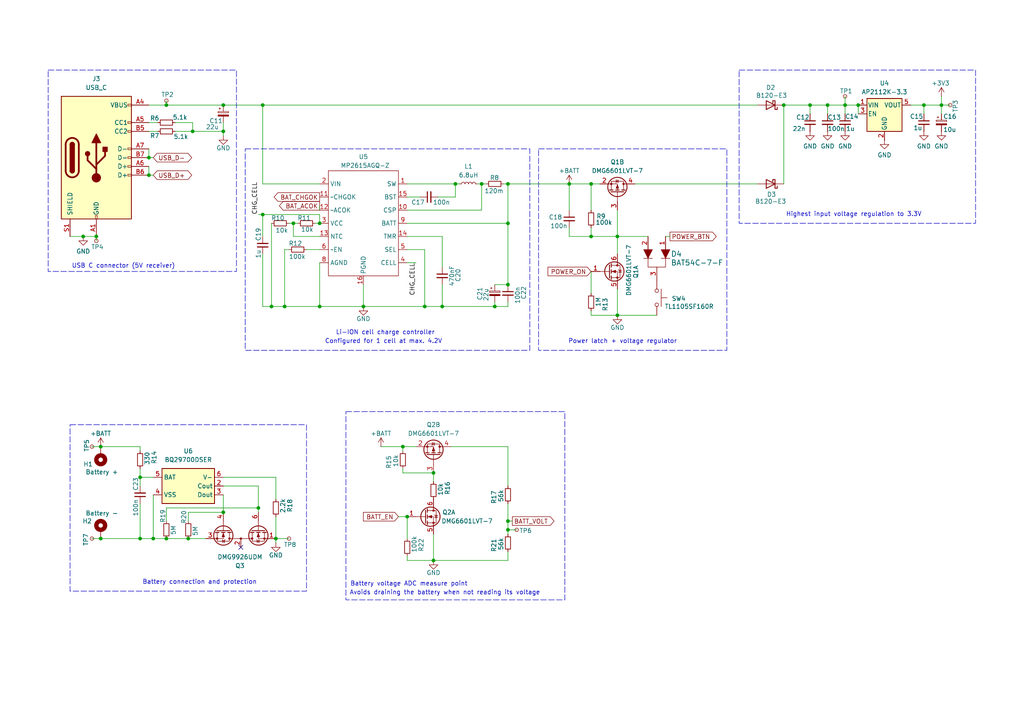
<source format=kicad_sch>
(kicad_sch (version 20231120) (generator "eeschema") (generator_version "8.0")
  (paper "A4")
  (title_block (title "Leany power management") (date "2024-10-07") (comment 1 "MIT License") (comment 2 "Copyright (c) 2023 Gilles Henrard"))
  (lib_symbols
    (symbol "Connector:TestPoint_Small" (pin_numbers hide) (pin_names (offset 0.762) hide)
      (property "Reference" "TP" (at 0 3.81 0))
      (property "Value" "TestPoint_Small" (at 0 2.032 0))
      (symbol "TestPoint_Small_0_1"
        (circle (center 0 0) (radius 0.508))
      )
      (symbol "TestPoint_Small_1_1"
        (pin passive line (at 0 0 90) (length 0) (name "1") (number "1"))
      )
    )
    (symbol "Connector:USB_C_Receptacle_USB2.0_14P" (pin_names (offset 1.016))
      (property "Reference" "J" (at 0 22.225 0))
      (property "Value" "USB_C_Receptacle_USB2.0_14P" (at 0 19.685 0))
      (symbol "USB_C_Receptacle_USB2.0_14P_0_0"
        (rectangle (start -0.254 -17.78) (end 0.254 -16.764))
        (rectangle (start 10.16 -4.826) (end 9.144 -5.334))
        (rectangle (start 10.16 -2.286) (end 9.144 -2.794))
        (rectangle (start 10.16 0.254) (end 9.144 -0.254))
        (rectangle (start 10.16 2.794) (end 9.144 2.286))
        (rectangle (start 10.16 7.874) (end 9.144 7.366))
        (rectangle (start 10.16 10.414) (end 9.144 9.906))
        (rectangle (start 10.16 15.494) (end 9.144 14.986))
      )
      (symbol "USB_C_Receptacle_USB2.0_14P_0_1"
        (rectangle (start -10.16 17.78) (end 10.16 -17.78) (stroke (width 0.254)) (fill (type background)))
        (arc (start -8.89 -3.81) (mid -6.985 -5.7067) (end -5.08 -3.81) (stroke (width 0.508)))
        (arc (start -7.62 -3.81) (mid -6.985 -4.4423) (end -6.35 -3.81) (stroke (width 0.254)))
        (arc (start -7.62 -3.81) (mid -6.985 -4.4423) (end -6.35 -3.81) (stroke (width 0.254)) (fill (type outline)))
        (rectangle (start -7.62 -3.81) (end -6.35 3.81) (stroke (width 0.254)) (fill (type outline)))
        (arc (start -6.35 3.81) (mid -6.985 4.4423) (end -7.62 3.81) (stroke (width 0.254)))
        (arc (start -6.35 3.81) (mid -6.985 4.4423) (end -7.62 3.81) (stroke (width 0.254)) (fill (type outline)))
        (arc (start -5.08 3.81) (mid -6.985 5.7067) (end -8.89 3.81) (stroke (width 0.508)))
        (circle (center -2.54 1.143) (radius 0.635) (stroke (width 0.254)) (fill (type outline)))
        (circle (center 0 -5.842) (radius 1.27) (fill (type outline)))
        (polyline (pts (xy -8.89 -3.81) (xy -8.89 3.81)) (stroke (width 0.508)))
        (polyline (pts (xy -5.08 3.81) (xy -5.08 -3.81)) (stroke (width 0.508)))
        (polyline (pts (xy 0 -5.842) (xy 0 4.318)) (stroke (width 0.508)))
        (polyline (pts (xy 0 -3.302) (xy -2.54 -0.762) (xy -2.54 0.508)) (stroke (width 0.508)))
        (polyline (pts (xy 0 -2.032) (xy 2.54 0.508) (xy 2.54 1.778)) (stroke (width 0.508)))
        (polyline (pts (xy -1.27 4.318) (xy 0 6.858) (xy 1.27 4.318) (xy -1.27 4.318)) (stroke (width 0.254)) (fill (type outline)))
        (rectangle (start 1.905 1.778) (end 3.175 3.048) (stroke (width 0.254)) (fill (type outline)))
      )
      (symbol "USB_C_Receptacle_USB2.0_14P_1_1"
        (pin passive line (at 0 -22.86 90) (length 5.08) (name "GND") (number "A1"))
        (pin passive line (at 0 -22.86 90) (length 5.08) hide (name "GND") (number "A12"))
        (pin passive line (at 15.24 15.24 180) (length 5.08) (name "VBUS") (number "A4"))
        (pin bidirectional line (at 15.24 10.16 180) (length 5.08) (name "CC1") (number "A5"))
        (pin bidirectional line (at 15.24 -2.54 180) (length 5.08) (name "D+") (number "A6"))
        (pin bidirectional line (at 15.24 2.54 180) (length 5.08) (name "D-") (number "A7"))
        (pin passive line (at 15.24 15.24 180) (length 5.08) hide (name "VBUS") (number "A9"))
        (pin passive line (at 0 -22.86 90) (length 5.08) hide (name "GND") (number "B1"))
        (pin passive line (at 0 -22.86 90) (length 5.08) hide (name "GND") (number "B12"))
        (pin passive line (at 15.24 15.24 180) (length 5.08) hide (name "VBUS") (number "B4"))
        (pin bidirectional line (at 15.24 7.62 180) (length 5.08) (name "CC2") (number "B5"))
        (pin bidirectional line (at 15.24 -5.08 180) (length 5.08) (name "D+") (number "B6"))
        (pin bidirectional line (at 15.24 0 180) (length 5.08) (name "D-") (number "B7"))
        (pin passive line (at 15.24 15.24 180) (length 5.08) hide (name "VBUS") (number "B9"))
        (pin passive line (at -7.62 -22.86 90) (length 5.08) (name "SHIELD") (number "S1"))
      )
    )
    (symbol "Device:C_Polarized_Small" (pin_numbers hide) (pin_names (offset 0.254) hide)
      (property "Reference" "C" (at 0.254 1.778 0))
      (property "Value" "C_Polarized_Small" (at 0.254 -2.032 0))
      (symbol "C_Polarized_Small_0_1"
        (rectangle (start -1.524 -0.3048) (end 1.524 -0.6858) (fill (type outline)))
        (rectangle (start -1.524 0.6858) (end 1.524 0.3048))
        (polyline (pts (xy -1.27 1.524) (xy -0.762 1.524)))
        (polyline (pts (xy -1.016 1.27) (xy -1.016 1.778)))
      )
      (symbol "C_Polarized_Small_1_1"
        (pin passive line (at 0 2.54 270) (length 1.8542) (name "~") (number "1"))
        (pin passive line (at 0 -2.54 90) (length 1.8542) (name "~") (number "2"))
      )
    )
    (symbol "Device:C_Small" (pin_numbers hide) (pin_names (offset 0.254) hide)
      (property "Reference" "C" (at 0.254 1.778 0))
      (property "Value" "C_Small" (at 0.254 -2.032 0))
      (symbol "C_Small_0_1"
        (polyline (pts (xy -1.524 -0.508) (xy 1.524 -0.508)) (stroke (width 0.3302)))
        (polyline (pts (xy -1.524 0.508) (xy 1.524 0.508)) (stroke (width 0.3048)))
      )
      (symbol "C_Small_1_1"
        (pin passive line (at 0 2.54 270) (length 2.032) (name "~") (number "1"))
        (pin passive line (at 0 -2.54 90) (length 2.032) (name "~") (number "2"))
      )
    )
    (symbol "Device:L_Small" (pin_numbers hide) (pin_names (offset 0.254) hide)
      (property "Reference" "L" (at 0.762 1.016 0))
      (property "Value" "L_Small" (at 0.762 -1.016 0))
      (symbol "L_Small_0_1"
        (arc (start 0 -2.032) (mid 0.5058 -1.524) (end 0 -1.016))
        (arc (start 0 -1.016) (mid 0.5058 -0.508) (end 0 0))
        (arc (start 0 0) (mid 0.5058 0.508) (end 0 1.016))
        (arc (start 0 1.016) (mid 0.5058 1.524) (end 0 2.032))
      )
      (symbol "L_Small_1_1"
        (pin passive line (at 0 2.54 270) (length 0.508) (name "~") (number "1"))
        (pin passive line (at 0 -2.54 90) (length 0.508) (name "~") (number "2"))
      )
    )
    (symbol "Device:R_Small" (pin_numbers hide) (pin_names (offset 0.254) hide)
      (property "Reference" "R" (at 0.762 0.508 0))
      (property "Value" "R_Small" (at 0.762 -1.016 0))
      (symbol "R_Small_0_1"
        (rectangle (start -0.762 1.778) (end 0.762 -1.778) (stroke (width 0.2032)))
      )
      (symbol "R_Small_1_1"
        (pin passive line (at 0 2.54 270) (length 0.762) (name "~") (number "1"))
        (pin passive line (at 0 -2.54 90) (length 0.762) (name "~") (number "2"))
      )
    )
    (symbol "Diode:B120-E3" (pin_numbers hide) (pin_names hide)
      (property "Reference" "D" (at 0 2.54 0))
      (property "Value" "B120-E3" (at 0 -2.54 0))
      (symbol "B120-E3_0_1"
        (polyline (pts (xy 1.27 0) (xy -1.27 0)))
        (polyline (pts (xy 1.27 1.27) (xy 1.27 -1.27) (xy -1.27 0) (xy 1.27 1.27)) (stroke (width 0.254)))
        (polyline (pts (xy -1.905 0.635) (xy -1.905 1.27) (xy -1.27 1.27) (xy -1.27 -1.27) (xy -0.635 -1.27) (xy -0.635 -0.635)) (stroke (width 0.254)))
      )
      (symbol "B120-E3_1_1"
        (pin passive line (at -3.81 0 0) (length 2.54) (name "K") (number "1"))
        (pin passive line (at 3.81 0 180) (length 2.54) (name "A") (number "2"))
      )
    )
    (symbol "Mechanical:MountingHole_Pad_MP" (pin_numbers hide) (pin_names (offset 1.016) hide) (exclude_from_sim yes) (in_bom no)
      (property "Reference" "H" (at 0 6.35 0))
      (property "Value" "MountingHole_Pad_MP" (at 0 4.445 0))
      (symbol "MountingHole_Pad_MP_0_1"
        (circle (center 0 1.27) (radius 1.27) (stroke (width 1.27)))
      )
      (symbol "MountingHole_Pad_MP_1_1"
        (pin input line (at 0 -2.54 90) (length 2.54) (name "MP") (number "MP"))
      )
    )
    (symbol "Regulator_Linear:AP2112K-3.3" (pin_names (offset 0.254))
      (property "Reference" "U" (at -5.08 5.715 0))
      (property "Value" "AP2112K-3.3" (at 0 5.715 0))
      (symbol "AP2112K-3.3_0_1"
        (rectangle (start -5.08 4.445) (end 5.08 -5.08) (stroke (width 0.254)) (fill (type background)))
      )
      (symbol "AP2112K-3.3_1_1"
        (pin power_in line (at -7.62 2.54 0) (length 2.54) (name "VIN") (number "1"))
        (pin power_in line (at 0 -7.62 90) (length 2.54) (name "GND") (number "2"))
        (pin input line (at -7.62 0 0) (length 2.54) (name "EN") (number "3"))
        (pin no_connect line (at 5.08 0 180) (length 2.54) hide (name "NC") (number "4"))
        (pin power_out line (at 7.62 2.54 180) (length 2.54) (name "VOUT") (number "5"))
      )
    )
    (symbol "Switch:SW_Push" (pin_numbers hide) (pin_names (offset 1.016) hide)
      (property "Reference" "SW" (at 1.27 2.54 0))
      (property "Value" "SW_Push" (at 0 -1.524 0))
      (symbol "SW_Push_0_1"
        (circle (center -2.032 0) (radius 0.508))
        (polyline (pts (xy 0 1.27) (xy 0 3.048)))
        (polyline (pts (xy 2.54 1.27) (xy -2.54 1.27)))
        (circle (center 2.032 0) (radius 0.508))
        (pin passive line (at -5.08 0 0) (length 2.54) (name "1") (number "1"))
        (pin passive line (at 5.08 0 180) (length 2.54) (name "2") (number "2"))
      )
    )
    (symbol "Transistor_FET:DMG9926UDM" (pin_names hide)
      (property "Reference" "Q" (at 2.54 6.985 0))
      (property "Value" "DMG9926UDM" (at 2.54 5.08 0))
      (symbol "DMG9926UDM_0_1"
        (circle (center -0.889 5.08) (radius 2.794) (stroke (width 0.254)))
        (polyline (pts (xy -2.286 3.175) (xy -2.286 6.985)) (stroke (width 0.254)))
        (polyline (pts (xy -2.286 5.08) (xy -5.08 5.08)))
        (polyline (pts (xy -1.778 2.794) (xy -1.778 3.81)) (stroke (width 0.254)))
        (polyline (pts (xy -1.778 4.572) (xy -1.778 5.588)) (stroke (width 0.254)))
        (polyline (pts (xy -1.778 6.35) (xy -1.778 7.366)) (stroke (width 0.254)))
        (polyline (pts (xy 0 -3.302) (xy 0 3.302)))
        (polyline (pts (xy 0 7.62) (xy 0 5.08) (xy -1.778 5.08)))
        (polyline (pts (xy -1.778 6.858) (xy 0.762 6.858) (xy 0.762 3.302) (xy -1.778 3.302)))
        (polyline (pts (xy -1.524 5.08) (xy -0.508 4.699) (xy -0.508 5.461) (xy -1.524 5.08)) (fill (type outline)))
        (polyline (pts (xy 0.254 4.572) (xy 0.381 4.699) (xy 1.143 4.699) (xy 1.27 4.826)))
        (polyline (pts (xy 0.762 4.699) (xy 0.381 5.334) (xy 1.143 5.334) (xy 0.762 4.699)))
        (circle (center 0 3.302) (radius 0.254) (fill (type outline)))
        (circle (center 0 6.858) (radius 0.254) (fill (type outline)))
      )
      (symbol "DMG9926UDM_1_1"
        (circle (center -0.889 -5.08) (radius 2.794) (stroke (width 0.254)))
        (circle (center 0 -6.858) (radius 0.254) (fill (type outline)))
        (circle (center 0 -3.302) (radius 0.254) (fill (type outline)))
        (polyline (pts (xy -2.286 -5.08) (xy -5.08 -5.08)))
        (polyline (pts (xy -2.286 -3.175) (xy -2.286 -6.985)) (stroke (width 0.254)))
        (polyline (pts (xy -1.778 -6.35) (xy -1.778 -7.366)) (stroke (width 0.254)))
        (polyline (pts (xy -1.778 -4.572) (xy -1.778 -5.588)) (stroke (width 0.254)))
        (polyline (pts (xy -1.778 -2.794) (xy -1.778 -3.81)) (stroke (width 0.254)))
        (polyline (pts (xy 0 -7.62) (xy 0 -5.08) (xy -1.778 -5.08)))
        (polyline (pts (xy -1.778 -6.858) (xy 0.762 -6.858) (xy 0.762 -3.302) (xy -1.778 -3.302)))
        (polyline (pts (xy -1.524 -5.08) (xy -0.508 -4.699) (xy -0.508 -5.461) (xy -1.524 -5.08)) (fill (type outline)))
        (polyline (pts (xy 0.254 -4.572) (xy 0.381 -4.699) (xy 1.143 -4.699) (xy 1.27 -4.826)))
        (polyline (pts (xy 0.762 -4.699) (xy 0.381 -5.334) (xy 1.143 -5.334) (xy 0.762 -4.699)))
        (circle (center 0 0) (radius 0.254) (fill (type outline)))
        (pin passive line (at 0 10.16 270) (length 2.54) (name "D1") (number "1"))
        (pin passive line (at 2.54 0 180) (length 2.54) (name "S1/D2") (number "2"))
        (pin passive line (at 0 -10.16 90) (length 2.54) (name "S2") (number "3"))
        (pin input line (at -7.62 -5.08 0) (length 2.54) (name "G2") (number "4"))
        (pin passive line (at 2.54 0 180) (length 2.54) hide (name "S1/D2") (number "5"))
        (pin input line (at -7.62 5.08 0) (length 2.54) (name "G1") (number "6"))
      )
    )
    (symbol "leany-symbols:BAT54C-7-F" (pin_names (offset 0.0254))
      (property "Reference" "D4" (at 0 4.318 90))
      (property "Value" "BAT54C-7-F" (at 3.048 2.794 90))
      (symbol "BAT54C-7-F_0_1"
        (polyline (pts (xy 1.27 -1.27) (xy 1.27 -3.81)))
        (polyline (pts (xy 1.27 1.27) (xy 1.27 3.81)))
        (polyline (pts (xy -1.27 -1.27) (xy -1.27 -3.81) (xy 1.27 -2.54) (xy -1.27 -1.27)) (fill (type outline)))
        (polyline (pts (xy -1.27 3.81) (xy -1.27 1.27) (xy 1.27 2.54) (xy -1.27 3.81)) (fill (type outline)))
      )
      (symbol "BAT54C-7-F_1_1"
        (polyline (pts (xy 1.27 2.54) (xy 3.81 2.54) (xy 3.81 -2.54) (xy 1.27 -2.54)))
        (pin passive line (at -5.08 2.54 0) (length 3.81) (name "~") (number "1"))
        (pin passive line (at -5.08 -2.54 0) (length 3.81) (name "~") (number "2"))
        (pin passive line (at 7.62 0 180) (length 3.81) (name "~") (number "3"))
      )
    )
    (symbol "leany-symbols:BQ29700DSER"
      (property "Reference" "U" (at 0 8.382 0))
      (property "Value" "BQ29700DSER" (at 0.254 6.35 0))
      (symbol "BQ29700DSER_0_1"
        (rectangle (start -7.62 5.08) (end 7.62 -5.08) (stroke (width 0.254)) (fill (type background)))
      )
      (symbol "BQ29700DSER_1_1"
        (pin no_connect line (at 1.27 -7.62 90) (length 2.54) hide (name "NC") (number "1"))
        (pin output line (at -10.16 0 0) (length 2.54) (name "Cout") (number "2"))
        (pin output line (at -10.16 -2.54 0) (length 2.54) (name "Dout") (number "3"))
        (pin power_in line (at 10.16 -2.54 180) (length 2.54) (name "VSS") (number "4"))
        (pin input line (at 10.16 2.54 180) (length 2.54) (name "BAT") (number "5"))
        (pin input line (at -10.16 2.54 0) (length 2.54) (name "V-") (number "6"))
      )
    )
    (symbol "leany-symbols:DMG6601LVT-7" (pin_names hide)
      (property "Reference" "Q" (at 2.54 1.905 0))
      (property "Value" "DMG6601LVT-7" (at 2.54 0 0))
      (symbol "DMG6601LVT-7_0_1"
        (circle (center -0.889 0) (radius 2.794) (stroke (width 0.254)))
        (circle (center 0 -1.778) (radius 0.254) (fill (type outline)))
        (polyline (pts (xy -2.286 0) (xy -5.08 0)))
        (polyline (pts (xy -2.286 1.905) (xy -2.286 -1.905)) (stroke (width 0.254)))
        (polyline (pts (xy -1.778 -1.27) (xy -1.778 -2.286)) (stroke (width 0.254)))
        (polyline (pts (xy -1.778 0.508) (xy -1.778 -0.508)) (stroke (width 0.254)))
        (polyline (pts (xy -1.778 2.286) (xy -1.778 1.27)) (stroke (width 0.254)))
        (polyline (pts (xy 0 2.54) (xy 0 1.778)))
        (polyline (pts (xy 0 -2.54) (xy 0 0) (xy -1.778 0)))
        (polyline (pts (xy -1.778 -1.778) (xy 0.762 -1.778) (xy 0.762 1.778) (xy -1.778 1.778)))
        (circle (center 0 1.778) (radius 0.254) (fill (type outline)))
      )
      (symbol "DMG6601LVT-7_1_1"
        (polyline (pts (xy -1.524 0) (xy -0.508 0.381) (xy -0.508 -0.381) (xy -1.524 0)) (fill (type outline)))
        (polyline (pts (xy 0.254 0.508) (xy 0.381 0.381) (xy 1.143 0.381) (xy 1.27 0.254)))
        (polyline (pts (xy 0.762 0.381) (xy 0.381 -0.254) (xy 1.143 -0.254) (xy 0.762 0.381)))
        (pin passive line (at -7.62 0 0) (length 2.54) (name "G") (number "1"))
        (pin passive line (at 0 -5.08 90) (length 2.54) (name "S") (number "5"))
        (pin passive line (at 0 5.08 270) (length 2.54) (name "D") (number "6"))
      )
      (symbol "DMG6601LVT-7_2_1"
        (polyline (pts (xy -0.254 0) (xy -1.27 0.381) (xy -1.27 -0.381) (xy -0.254 0)) (fill (type outline)))
        (polyline (pts (xy 0.254 -0.508) (xy 0.381 -0.381) (xy 1.143 -0.381) (xy 1.27 -0.254)))
        (polyline (pts (xy 0.762 -0.381) (xy 0.381 0.254) (xy 1.143 0.254) (xy 0.762 -0.381)))
        (pin passive line (at 0 -5.08 90) (length 2.54) (name "S") (number "2"))
        (pin passive line (at -7.62 0 0) (length 2.54) (name "G") (number "3"))
        (pin passive line (at 0 5.08 270) (length 2.54) (name "D") (number "4"))
      )
    )
    (symbol "leany-symbols:MP2615AGQ-Z"
      (property "Reference" "U" (at 0 19.558 0))
      (property "Value" "MP2615AGQ-Z" (at 0.508 17.272 0))
      (symbol "MP2615AGQ-Z_0_0"
        (pin power_out line (at 12.7 11.43 180) (length 2.54) (name "SW") (number "1"))
        (pin passive line (at 12.7 3.81 180) (length 2.54) (name "CSP") (number "10"))
        (pin open_collector line (at -12.7 3.81 0) (length 2.54) (name "~ACOK") (number "12"))
        (pin passive line (at -12.7 -3.81 0) (length 2.54) (name "NTC") (number "13"))
        (pin passive line (at 12.7 -3.81 180) (length 2.54) (name "TMR") (number "14"))
        (pin passive line (at 12.7 7.62 180) (length 2.54) (name "BST") (number "15"))
        (pin power_in line (at 0 -17.78 90) (length 2.54) (name "PGND") (number "16"))
        (pin power_in line (at -12.7 11.43 0) (length 2.54) (name "VIN") (number "2"))
        (pin passive line (at -12.7 0 0) (length 2.54) (name "VCC") (number "3"))
        (pin input line (at 12.7 -11.43 180) (length 2.54) (name "CELL") (number "4"))
        (pin input line (at 12.7 -7.62 180) (length 2.54) (name "SEL") (number "5"))
        (pin passive line (at -12.7 -7.62 0) (length 2.54) (name "~EN") (number "6"))
        (pin power_in line (at -12.7 -11.43 0) (length 2.54) (name "AGND") (number "8"))
        (pin power_in line (at 12.7 0 180) (length 2.54) (name "BATT") (number "9"))
      )
      (symbol "MP2615AGQ-Z_0_1"
        (rectangle (start -10.16 15.24) (end 10.16 -15.24))
      )
      (symbol "MP2615AGQ-Z_1_0"
        (pin open_collector line (at -12.7 7.62 0) (length 2.54) (name "~CHGOK") (number "11"))
        (pin no_connect line (at 3.81 -17.78 90) (length 2.54) hide (name "NC") (number "7"))
      )
    )
    (symbol "power:+3V3" (power) (pin_numbers hide) (pin_names (offset 0) hide)
      (property "Value" "+3V3" (at 0 3.556 0))
      (symbol "+3V3_0_1"
        (polyline (pts (xy -0.762 1.27) (xy 0 2.54)))
        (polyline (pts (xy 0 0) (xy 0 2.54)))
        (polyline (pts (xy 0 2.54) (xy 0.762 1.27)))
      )
      (symbol "+3V3_1_1"
        (pin power_in line (at 0 0 90) (length 0) (name "~") (number "1"))
      )
    )
    (symbol "power:+BATT" (power) (pin_numbers hide) (pin_names (offset 0) hide)
      (property "Value" "+BATT" (at 0 3.556 0))
      (symbol "+BATT_0_1"
        (polyline (pts (xy -0.762 1.27) (xy 0 2.54)))
        (polyline (pts (xy 0 0) (xy 0 2.54)))
        (polyline (pts (xy 0 2.54) (xy 0.762 1.27)))
      )
      (symbol "+BATT_1_1"
        (pin power_in line (at 0 0 90) (length 0) (name "~") (number "1"))
      )
    )
    (symbol "power:GND" (power) (pin_numbers hide) (pin_names (offset 0) hide)
      (property "Value" "GND" (at 0 -3.81 0))
      (symbol "GND_0_1"
        (polyline (pts (xy 0 0) (xy 0 -1.27) (xy 1.27 -1.27) (xy 0 -2.54) (xy -1.27 -1.27) (xy 0 -1.27)))
      )
      (symbol "GND_1_1"
        (pin power_in line (at 0 0 270) (length 0) (name "~") (number "1"))
      )
    )
  )
  (junction (at 92.71 64.77))
  (junction (at 171.45 53.34))
  (junction (at 48.26 30.48))
  (junction (at 147.32 153.67))
  (junction (at 76.2 62.23))
  (junction (at 40.64 156.21))
  (junction (at 245.11 30.48))
  (junction (at 139.7 53.34))
  (junction (at 147.32 53.34))
  (junction (at 116.84 129.54))
  (junction (at 227.33 30.48))
  (junction (at 132.08 53.34))
  (junction (at 123.19 88.9))
  (junction (at 24.13 68.58))
  (junction (at 74.93 147.32))
  (junction (at 118.11 149.86))
  (junction (at 125.73 162.56))
  (junction (at 240.03 30.48))
  (junction (at 273.05 30.48))
  (junction (at 80.01 156.21))
  (junction (at 179.07 91.44))
  (junction (at 48.26 156.21))
  (junction (at 43.18 50.8))
  (junction (at 76.2 30.48))
  (junction (at 147.32 82.55))
  (junction (at 82.55 88.9))
  (junction (at 92.71 88.9))
  (junction (at 128.27 88.9))
  (junction (at 44.45 156.21))
  (junction (at 54.61 156.21))
  (junction (at 171.45 68.58))
  (junction (at 125.73 137.16))
  (junction (at 29.21 156.21))
  (junction (at 85.09 64.77))
  (junction (at 64.77 38.1))
  (junction (at 248.92 30.48))
  (junction (at 78.74 88.9))
  (junction (at 40.64 138.43))
  (junction (at 147.32 151.13))
  (junction (at 147.32 64.77))
  (junction (at 143.51 88.9))
  (junction (at 105.41 88.9))
  (junction (at 55.88 38.1))
  (junction (at 234.95 30.48))
  (junction (at 64.77 30.48))
  (junction (at 165.1 53.34))
  (junction (at 64.77 148.59))
  (junction (at 43.18 45.72))
  (junction (at 267.97 30.48))
  (junction (at 29.21 129.54))
  (junction (at 27.94 68.58))
  (junction (at 179.07 68.58))
  (no_connect (at 69.85 158.75))
  (wire (pts (xy 116.84 137.16) (xy 125.73 137.16)))
  (wire (pts (xy 105.41 88.9) (xy 123.19 88.9)))
  (wire (pts (xy 234.95 30.48) (xy 234.95 33.02)))
  (wire (pts (xy 143.51 87.63) (xy 143.51 88.9)))
  (wire (pts (xy 179.07 68.58) (xy 187.96 68.58)))
  (wire (pts (xy 26.67 129.54) (xy 29.21 129.54)))
  (wire (pts (xy 105.41 88.9) (xy 105.41 82.55)))
  (wire (pts (xy 240.03 30.48) (xy 240.03 33.02)))
  (wire (pts (xy 179.07 83.82) (xy 179.07 91.44)))
  (wire (pts (xy 27.94 68.58) (xy 24.13 68.58)))
  (wire (pts (xy 48.26 156.21) (xy 54.61 156.21)))
  (wire (pts (xy 82.55 88.9) (xy 92.71 88.9)))
  (wire (pts (xy 139.7 53.34) (xy 140.97 53.34)))
  (wire (pts (xy 128.27 88.9) (xy 128.27 82.55)))
  (wire (pts (xy 147.32 53.34) (xy 147.32 64.77)))
  (wire (pts (xy 116.84 129.54) (xy 116.84 130.81)))
  (wire (pts (xy 227.33 53.34) (xy 227.33 30.48)))
  (wire (pts (xy 26.67 156.21) (xy 29.21 156.21)))
  (wire (pts (xy 91.44 64.77) (xy 92.71 64.77)))
  (wire (pts (xy 127 57.15) (xy 132.08 57.15)))
  (wire (pts (xy 121.92 57.15) (xy 118.11 57.15)))
  (wire (pts (xy 48.26 29.21) (xy 48.26 30.48)))
  (wire (pts (xy 171.45 53.34) (xy 173.99 53.34)))
  (wire (pts (xy 43.18 50.8) (xy 44.45 50.8)))
  (wire (pts (xy 85.09 64.77) (xy 86.36 64.77)))
  (wire (pts (xy 40.64 156.21) (xy 40.64 146.05)))
  (wire (pts (xy 143.51 88.9) (xy 147.32 88.9)))
  (wire (pts (xy 273.05 30.48) (xy 273.05 27.94)))
  (wire (pts (xy 40.64 135.89) (xy 40.64 138.43)))
  (wire (pts (xy 118.11 53.34) (xy 132.08 53.34)))
  (wire (pts (xy 147.32 160.02) (xy 147.32 162.56)))
  (wire (pts (xy 171.45 78.74) (xy 171.45 85.09)))
  (wire (pts (xy 78.74 88.9) (xy 82.55 88.9)))
  (wire (pts (xy 78.74 64.77) (xy 78.74 88.9)))
  (wire (pts (xy 133.35 53.34) (xy 132.08 53.34)))
  (wire (pts (xy 193.04 68.58) (xy 194.31 68.58)))
  (wire (pts (xy 234.95 30.48) (xy 240.03 30.48)))
  (wire (pts (xy 128.27 88.9) (xy 143.51 88.9)))
  (wire (pts (xy 125.73 162.56) (xy 147.32 162.56)))
  (wire (pts (xy 40.64 129.54) (xy 40.64 130.81)))
  (wire (pts (xy 248.92 30.48) (xy 248.92 33.02)))
  (wire (pts (xy 165.1 66.04) (xy 165.1 68.58)))
  (wire (pts (xy 88.9 72.39) (xy 92.71 72.39)))
  (wire (pts (xy 43.18 38.1) (xy 45.72 38.1)))
  (wire (pts (xy 245.11 30.48) (xy 245.11 33.02)))
  (wire (pts (xy 118.11 64.77) (xy 147.32 64.77)))
  (wire (pts (xy 76.2 88.9) (xy 78.74 88.9)))
  (wire (pts (xy 128.27 77.47) (xy 128.27 68.58)))
  (wire (pts (xy 118.11 76.2) (xy 120.65 76.2)))
  (wire (pts (xy 76.2 53.34) (xy 92.71 53.34)))
  (wire (pts (xy 74.93 147.32) (xy 74.93 148.59)))
  (wire (pts (xy 50.8 38.1) (xy 55.88 38.1)))
  (wire (pts (xy 29.21 156.21) (xy 40.64 156.21)))
  (wire (pts (xy 143.51 82.55) (xy 147.32 82.55)))
  (wire (pts (xy 54.61 151.13) (xy 54.61 148.59)))
  (wire (pts (xy 146.05 53.34) (xy 147.32 53.34)))
  (wire (pts (xy 273.05 30.48) (xy 275.59 30.48)))
  (wire (pts (xy 245.11 27.94) (xy 245.11 30.48)))
  (wire (pts (xy 43.18 48.26) (xy 43.18 50.8)))
  (wire (pts (xy 132.08 53.34) (xy 132.08 57.15)))
  (wire (pts (xy 64.77 143.51) (xy 64.77 148.59)))
  (wire (pts (xy 55.88 38.1) (xy 64.77 38.1)))
  (wire (pts (xy 125.73 154.94) (xy 125.73 162.56)))
  (wire (pts (xy 147.32 151.13) (xy 148.59 151.13)))
  (wire (pts (xy 40.64 138.43) (xy 40.64 140.97)))
  (wire (pts (xy 118.11 161.29) (xy 118.11 162.56)))
  (wire (pts (xy 40.64 138.43) (xy 44.45 138.43)))
  (wire (pts (xy 273.05 30.48) (xy 273.05 33.02)))
  (wire (pts (xy 80.01 144.78) (xy 80.01 138.43)))
  (wire (pts (xy 116.84 129.54) (xy 120.65 129.54)))
  (wire (pts (xy 147.32 88.9) (xy 147.32 87.63)))
  (wire (pts (xy 64.77 39.37) (xy 64.77 38.1)))
  (wire (pts (xy 267.97 30.48) (xy 267.97 33.02)))
  (wire (pts (xy 147.32 146.05) (xy 147.32 151.13)))
  (wire (pts (xy 128.27 68.58) (xy 118.11 68.58)))
  (wire (pts (xy 44.45 156.21) (xy 48.26 156.21)))
  (wire (pts (xy 29.21 129.54) (xy 40.64 129.54)))
  (wire (pts (xy 27.94 68.58) (xy 27.94 69.85)))
  (wire (pts (xy 92.71 62.23) (xy 92.71 64.77)))
  (wire (pts (xy 50.8 35.56) (xy 55.88 35.56)))
  (wire (pts (xy 80.01 156.21) (xy 83.82 156.21)))
  (wire (pts (xy 92.71 59.69) (xy 92.71 60.96)))
  (wire (pts (xy 54.61 148.59) (xy 64.77 148.59)))
  (wire (pts (xy 179.07 68.58) (xy 179.07 73.66)))
  (wire (pts (xy 76.2 73.66) (xy 76.2 88.9)))
  (wire (pts (xy 147.32 153.67) (xy 149.86 153.67)))
  (wire (pts (xy 43.18 45.72) (xy 44.45 45.72)))
  (wire (pts (xy 48.26 30.48) (xy 64.77 30.48)))
  (wire (pts (xy 85.09 64.77) (xy 85.09 68.58)))
  (wire (pts (xy 171.45 53.34) (xy 171.45 60.96)))
  (wire (pts (xy 116.84 135.89) (xy 116.84 137.16)))
  (wire (pts (xy 125.73 137.16) (xy 125.73 139.7)))
  (wire (pts (xy 80.01 157.48) (xy 80.01 156.21)))
  (wire (pts (xy 171.45 66.04) (xy 171.45 68.58)))
  (wire (pts (xy 48.26 151.13) (xy 48.26 147.32)))
  (wire (pts (xy 55.88 38.1) (xy 55.88 35.56)))
  (wire (pts (xy 92.71 62.23) (xy 76.2 62.23)))
  (wire (pts (xy 43.18 35.56) (xy 45.72 35.56)))
  (wire (pts (xy 240.03 30.48) (xy 245.11 30.48)))
  (wire (pts (xy 82.55 72.39) (xy 83.82 72.39)))
  (wire (pts (xy 92.71 76.2) (xy 92.71 88.9)))
  (wire (pts (xy 44.45 156.21) (xy 40.64 156.21)))
  (wire (pts (xy 64.77 38.1) (xy 64.77 35.56)))
  (wire (pts (xy 147.32 53.34) (xy 165.1 53.34)))
  (wire (pts (xy 80.01 138.43) (xy 64.77 138.43)))
  (wire (pts (xy 179.07 91.44) (xy 190.5 91.44)))
  (wire (pts (xy 118.11 72.39) (xy 123.19 72.39)))
  (wire (pts (xy 123.19 72.39) (xy 123.19 88.9)))
  (wire (pts (xy 64.77 140.97) (xy 74.93 140.97)))
  (wire (pts (xy 171.45 91.44) (xy 171.45 90.17)))
  (wire (pts (xy 115.57 149.86) (xy 118.11 149.86)))
  (wire (pts (xy 118.11 60.96) (xy 139.7 60.96)))
  (wire (pts (xy 64.77 30.48) (xy 76.2 30.48)))
  (wire (pts (xy 80.01 156.21) (xy 80.01 149.86)))
  (wire (pts (xy 118.11 149.86) (xy 118.11 156.21)))
  (wire (pts (xy 43.18 30.48) (xy 48.26 30.48)))
  (wire (pts (xy 76.2 30.48) (xy 76.2 53.34)))
  (wire (pts (xy 179.07 60.96) (xy 179.07 68.58)))
  (wire (pts (xy 92.71 88.9) (xy 105.41 88.9)))
  (wire (pts (xy 245.11 30.48) (xy 248.92 30.48)))
  (wire (pts (xy 147.32 151.13) (xy 147.32 153.67)))
  (wire (pts (xy 264.16 30.48) (xy 267.97 30.48)))
  (wire (pts (xy 76.2 30.48) (xy 219.71 30.48)))
  (wire (pts (xy 54.61 156.21) (xy 59.69 156.21)))
  (wire (pts (xy 76.2 62.23) (xy 76.2 68.58)))
  (wire (pts (xy 118.11 162.56) (xy 125.73 162.56)))
  (wire (pts (xy 20.32 68.58) (xy 24.13 68.58)))
  (wire (pts (xy 165.1 53.34) (xy 165.1 60.96)))
  (wire (pts (xy 110.49 129.54) (xy 116.84 129.54)))
  (wire (pts (xy 44.45 143.51) (xy 44.45 156.21)))
  (wire (pts (xy 171.45 68.58) (xy 179.07 68.58)))
  (wire (pts (xy 74.93 140.97) (xy 74.93 147.32)))
  (wire (pts (xy 123.19 88.9) (xy 128.27 88.9)))
  (wire (pts (xy 48.26 147.32) (xy 74.93 147.32)))
  (wire (pts (xy 74.93 62.23) (xy 76.2 62.23)))
  (wire (pts (xy 171.45 91.44) (xy 179.07 91.44)))
  (wire (pts (xy 227.33 30.48) (xy 234.95 30.48)))
  (wire (pts (xy 130.81 129.54) (xy 147.32 129.54)))
  (wire (pts (xy 82.55 72.39) (xy 82.55 88.9)))
  (wire (pts (xy 139.7 53.34) (xy 139.7 60.96)))
  (wire (pts (xy 147.32 153.67) (xy 147.32 154.94)))
  (wire (pts (xy 43.18 45.72) (xy 43.18 43.18)))
  (wire (pts (xy 85.09 68.58) (xy 92.71 68.58)))
  (wire (pts (xy 165.1 68.58) (xy 171.45 68.58)))
  (wire (pts (xy 147.32 64.77) (xy 147.32 82.55)))
  (wire (pts (xy 83.82 64.77) (xy 85.09 64.77)))
  (wire (pts (xy 267.97 30.48) (xy 273.05 30.48)))
  (wire (pts (xy 165.1 53.34) (xy 171.45 53.34)))
  (wire (pts (xy 147.32 129.54) (xy 147.32 140.97)))
  (wire (pts (xy 184.15 53.34) (xy 219.71 53.34)))
  (wire (pts (xy 138.43 53.34) (xy 139.7 53.34)))
  (rectangle (start 214.376 20.32) (end 282.956 64.77) (stroke (width 0) (type dash)))
  (rectangle (start 156.21 43.18) (end 210.82 101.6) (stroke (width 0) (type dash)))
  (rectangle (start 71.12 43.18) (end 153.67 101.6) (stroke (width 0) (type dash)))
  (rectangle (start 100.33 119.38) (end 163.83 173.99) (stroke (width 0) (type dash)))
  (rectangle (start 13.97 20.32) (end 68.58 78.74) (stroke (width 0) (type dash)))
  (rectangle (start 20.32 123.19) (end 88.9 171.45) (stroke (width 0) (type dash)))
  (text "Configured for 1 cell at max. 4.2V" (at 111.252 99.06 0) (effects (font (size 1.27 1.27))))
  (text "Power latch + voltage regulator" (at 180.594 99.06 0) (effects (font (size 1.27 1.27))))
  (text "Li-ION cell charge controller" (at 111.76 96.52 0) (effects (font (size 1.27 1.27))))
  (text "USB C connector (5V receiver)" (at 35.814 77.216 0) (effects (font (size 1.27 1.27))))
  (text "Battery connection and protection" (at 57.912 168.91 0) (effects (font (size 1.27 1.27))))
  (text "Battery voltage ADC measure point" (at 118.618 169.418 0) (effects (font (size 1.27 1.27))))
  (text "Highest input voltage regulation to 3.3V" (at 247.65 62.23 0) (effects (font (size 1.27 1.27))))
  (text "Avoids draining the battery when not reading its voltage" (at 129.032 171.958 0) (effects (font (size 1.27 1.27))))
  (label "CHG_CELL" (at 120.65 76.2 270))
  (label "CHG_CELL" (at 74.93 62.23 90))
  (global_label "BATT_VOLT" (shape output) (at 148.59 151.13 0) (property "Intersheetrefs" "${INTERSHEET_REFS}" (effects (hide yes))))
  (global_label "BAT_ACOK" (shape output) (at 92.71 59.69 180) (property "Intersheetrefs" "${INTERSHEET_REFS}" (effects (hide yes))))
  (global_label "USB_D-" (shape bidirectional) (at 44.45 45.72 0) (property "Intersheetrefs" "${INTERSHEET_REFS}" (effects (hide yes))))
  (global_label "USB_D+" (shape bidirectional) (at 44.45 50.8 0) (property "Intersheetrefs" "${INTERSHEET_REFS}" (effects (hide yes))))
  (global_label "BAT_CHGOK" (shape output) (at 92.71 57.15 180) (property "Intersheetrefs" "${INTERSHEET_REFS}" (effects (hide yes))))
  (global_label "BATT_EN" (shape input) (at 115.57 149.86 180) (property "Intersheetrefs" "${INTERSHEET_REFS}" (effects (hide yes))))
  (global_label "POWER_ON" (shape input) (at 171.45 78.74 180) (property "Intersheetrefs" "${INTERSHEET_REFS}" (effects (hide yes))))
  (global_label "POWER_BTN" (shape output) (at 194.31 68.58 0) (property "Intersheetrefs" "${INTERSHEET_REFS}" (effects (hide yes))))
  (symbol (lib_id "power:GND") (at 64.77 39.37 0) (unit 1)
    (property "Reference" "#PWR030" (effects (hide yes)))
    (property "Value" "GND" (at 64.77 42.926 0))
    (property "Description" "Power symbol creates a global label with name \"GND\" , ground" (effects (hide yes)))
  )
  (symbol (lib_id "Device:C_Polarized_Small") (at 143.51 85.09 0) (unit 1)
    (property "Reference" "C21" (at 139.192 87.122 90) (effects (justify left)))
    (property "Value" "22u" (at 140.97 87.376 90) (effects (justify left)))
    (property "Footprint" "Capacitor_SMD:C_0603_1608Metric" (effects (hide yes)))
    (property "Datasheet" "https://www.mouser.be/datasheet/2/212/KEM_A4003_EXV-1094684.pdf" (effects (hide yes)))
    (property "Description" "Polarized capacitor, small symbol" (effects (hide yes)))
  )
  (symbol (lib_id "power:GND") (at 80.01 157.48 0) (unit 1)
    (property "Reference" "#PWR038" (effects (hide yes)))
    (property "Value" "GND" (at 80.01 161.036 0))
    (property "Description" "Power symbol creates a global label with name \"GND\" , ground" (effects (hide yes)))
  )
  (symbol (lib_id "power:GND") (at 256.54 40.64 0) (unit 1)
    (property "Reference" "#PWR031" (effects (hide yes)))
    (property "Value" "GND" (at 256.54 44.958 0))
    (property "Description" "Power symbol creates a global label with name \"GND\" , ground" (effects (hide yes)))
  )
  (symbol (lib_id "Connector:TestPoint_Small") (at 26.67 129.54 90) (unit 1)
    (property "Reference" "TP5" (at 25.146 131.064 0) (effects (justify left)))
    (property "Value" "GND" (effects (hide yes)))
    (property "Footprint" "TestPoint:TestPoint_Pad_1.0x1.0mm" (effects (hide yes)))
    (property "Description" "test point" (effects (hide yes)))
  )
  (symbol (lib_id "Connector:USB_C_Receptacle_USB2.0_14P") (at 27.94 45.72 0) (unit 1)
    (property "Reference" "J3" (at 27.94 22.86 0))
    (property "Value" "USB_C" (at 27.94 25.4 0))
    (property "Footprint" "Connector_USB:USB_C_Receptacle_GCT_USB4105-xx-A_16P_TopMnt_Horizontal" (effects (hide yes)))
    (property "Datasheet" "https://www.usb.org/sites/default/files/documents/usb_type-c.zip" (effects (hide yes)))
    (property "Description" "USB 2.0-only 14P Type-C Receptacle connector" (effects (hide yes)))
  )
  (symbol (lib_id "Device:C_Small") (at 147.32 85.09 0) (unit 1)
    (property "Reference" "C22" (at 151.892 86.868 90) (effects (justify left)))
    (property "Value" "100n" (at 150.114 88.138 90) (effects (justify left)))
    (property "Footprint" "Capacitor_SMD:C_0402_1005Metric" (effects (hide yes)))
    (property "Description" "Unpolarized capacitor, small symbol" (effects (hide yes)))
  )
  (symbol (lib_id "Mechanical:MountingHole_Pad_MP") (at 29.21 132.08 0) (mirror x) (unit 1) (exclude_from_sim yes) (in_bom no)
    (property "Reference" "H1" (at 26.924 134.62 0) (effects (justify right)))
    (property "Value" "Battery +" (at 34.29 136.906 0) (effects (justify right)))
    (property "Footprint" "MountingHole:MountingHole_2.2mm_M2_DIN965_Pad" (effects (hide yes)))
    (property "Description" "Mounting Hole with connection as pad named MP" (effects (hide yes)))
  )
  (symbol (lib_id "power:GND") (at 234.95 38.1 0) (unit 1)
    (property "Reference" "#PWR025" (effects (hide yes)))
    (property "Value" "GND" (at 234.95 42.418 0))
    (property "Description" "Power symbol creates a global label with name \"GND\" , ground" (effects (hide yes)))
  )
  (symbol (lib_id "leany-symbols:DMG6601LVT-7") (at 179.07 53.34 270) (mirror x) (unit 2)
    (property "Reference" "Q1" (at 179.07 46.99 90))
    (property "Value" "DMG6601LVT-7" (at 179.07 49.53 90))
    (property "Footprint" "Package_TO_SOT_SMD:TSOT-23-6" (effects (hide yes)))
    (property "Datasheet" "https://www.diodes.com/assets/Datasheets/DMG6601LVT.pdf" (effects (hide yes)))
    (property "Description" "3.6A/-2.1A Id, 30V Vds, Complementary pair enhancement mode P-Channel and N-Channel MOSFET, TSOT-23-6" (effects (hide yes)))
  )
  (symbol (lib_id "Device:R_Small") (at 171.45 87.63 0) (mirror x) (unit 1)
    (property "Reference" "R13" (at 175.514 86.36 90) (effects (justify left)))
    (property "Value" "1M" (at 173.482 86.106 90) (effects (justify left)))
    (property "Footprint" "Resistor_SMD:R_0603_1608Metric" (effects (hide yes)))
    (property "Description" "Resistor, small symbol" (effects (hide yes)))
  )
  (symbol (lib_id "power:+3V3") (at 273.05 27.94 0) (unit 1)
    (property "Reference" "#PWR024" (effects (hide yes)))
    (property "Value" "+3V3" (at 272.796 24.13 0))
    (property "Description" "Power symbol creates a global label with name \"+3V3\"" (effects (hide yes)))
  )
  (symbol (lib_id "Device:R_Small") (at 48.26 35.56 90) (unit 1)
    (property "Reference" "R6" (at 46.228 34.29 90) (effects (justify left)))
    (property "Value" "5.1k" (at 54.356 34.036 90) (effects (justify left)))
    (property "Footprint" "Resistor_SMD:R_0603_1608Metric" (effects (hide yes)))
    (property "Description" "Resistor, small symbol" (effects (hide yes)))
  )
  (symbol (lib_id "Device:C_Small") (at 240.03 35.56 0) (unit 1)
    (property "Reference" "C13" (at 240.03 34.036 0) (effects (justify left)))
    (property "Value" "100n" (at 240.03 37.338 0) (effects (justify left)))
    (property "Footprint" "Capacitor_SMD:C_0402_1005Metric" (effects (hide yes)))
    (property "Description" "Unpolarized capacitor, small symbol" (effects (hide yes)))
  )
  (symbol (lib_id "Device:R_Small") (at 147.32 157.48 180) (unit 1)
    (property "Reference" "R21" (at 143.256 156.21 90) (effects (justify left)))
    (property "Value" "56k" (at 145.288 155.956 90) (effects (justify left)))
    (property "Footprint" "Resistor_SMD:R_0603_1608Metric" (effects (hide yes)))
    (property "Description" "Resistor, small symbol" (effects (hide yes)))
  )
  (symbol (lib_id "Diode:B120-E3") (at 223.52 53.34 180) (unit 1)
    (property "Reference" "D3" (at 223.774 56.388 0))
    (property "Value" "B120-E3" (at 223.52 58.42 0))
    (property "Footprint" "Diode_SMD:D_SMA" (effects (hide yes)))
    (property "Datasheet" "http://www.vishay.com/docs/88946/b120.pdf" (effects (hide yes)))
    (property "Description" "20V 1A Schottky Barrier Rectifier Diode, SMA(DO-214AC)" (effects (hide yes)))
  )
  (symbol (lib_id "power:+BATT") (at 110.49 129.54 0) (unit 1)
    (property "Reference" "#PWR037" (effects (hide yes)))
    (property "Value" "+BATT" (at 110.49 125.73 0))
    (property "Description" "Power symbol creates a global label with name \"+BATT\"" (effects (hide yes)))
  )
  (symbol (lib_id "Device:R_Small") (at 118.11 158.75 0) (unit 1)
    (property "Reference" "R22" (at 122.174 160.02 90) (effects (justify left)))
    (property "Value" "100k" (at 120.142 160.274 90) (effects (justify left)))
    (property "Footprint" "Resistor_SMD:R_0603_1608Metric" (effects (hide yes)))
    (property "Description" "Resistor, small symbol" (effects (hide yes)))
  )
  (symbol (lib_id "Device:C_Polarized_Small") (at 273.05 35.56 0) (unit 1)
    (property "Reference" "C16" (at 273.558 33.782 0) (effects (justify left)))
    (property "Value" "10u" (at 273.558 37.592 0) (effects (justify left)))
    (property "Footprint" "Capacitor_SMD:C_0402_1005Metric" (effects (hide yes)))
    (property "Datasheet" "https://www.mouser.be/datasheet/2/212/KEM_A4003_EXV-1094684.pdf" (effects (hide yes)))
    (property "Description" "Polarized capacitor, small symbol" (effects (hide yes)))
  )
  (symbol (lib_id "Device:R_Small") (at 171.45 63.5 0) (unit 1)
    (property "Reference" "R9" (at 172.974 62.738 0) (effects (justify left)))
    (property "Value" "100k" (at 172.72 64.516 0) (effects (justify left)))
    (property "Footprint" "Resistor_SMD:R_0603_1608Metric" (effects (hide yes)))
    (property "Description" "Resistor, small symbol" (effects (hide yes)))
  )
  (symbol (lib_id "Device:C_Polarized_Small") (at 64.77 33.02 0) (unit 1)
    (property "Reference" "C11" (at 60.706 35.052 0) (effects (justify left)))
    (property "Value" "22u" (at 59.69 36.83 0) (effects (justify left)))
    (property "Footprint" "Capacitor_SMD:C_0603_1608Metric" (effects (hide yes)))
    (property "Datasheet" "https://www.mouser.be/datasheet/2/212/KEM_A4003_EXV-1094684.pdf" (effects (hide yes)))
    (property "Description" "Polarized capacitor, small symbol" (effects (hide yes)))
  )
  (symbol (lib_id "Device:C_Small") (at 76.2 71.12 180) (unit 1)
    (property "Reference" "C19" (at 74.93 66.04 90) (effects (justify left)))
    (property "Value" "1u" (at 74.93 72.39 90) (effects (justify left)))
    (property "Footprint" "Capacitor_SMD:C_0402_1005Metric" (effects (hide yes)))
    (property "Description" "Unpolarized capacitor, small symbol" (effects (hide yes)))
  )
  (symbol (lib_id "Connector:TestPoint_Small") (at 48.26 29.21 270) (mirror x) (unit 1)
    (property "Reference" "TP2" (at 46.736 27.432 90) (effects (justify left)))
    (property "Value" "GND" (effects (hide yes)))
    (property "Footprint" "TestPoint:TestPoint_Pad_1.0x1.0mm" (effects (hide yes)))
    (property "Description" "test point" (effects (hide yes)))
  )
  (symbol (lib_id "Device:R_Small") (at 88.9 64.77 90) (unit 1)
    (property "Reference" "R11" (at 90.17 63.246 90) (effects (justify left)))
    (property "Value" "10k" (at 90.932 66.548 90) (effects (justify left)))
    (property "Footprint" "Resistor_SMD:R_0603_1608Metric" (effects (hide yes)))
    (property "Description" "Resistor, small symbol" (effects (hide yes)))
  )
  (symbol (lib_id "Device:R_Small") (at 80.01 147.32 0) (unit 1)
    (property "Reference" "R18" (at 84.074 148.59 90) (effects (justify left)))
    (property "Value" "2.2k" (at 82.042 148.844 90) (effects (justify left)))
    (property "Footprint" "Resistor_SMD:R_0603_1608Metric" (effects (hide yes)))
    (property "Description" "Resistor, small symbol" (effects (hide yes)))
  )
  (symbol (lib_id "Device:R_Small") (at 86.36 72.39 90) (unit 1)
    (property "Reference" "R12" (at 87.63 70.612 90) (effects (justify left)))
    (property "Value" "100k" (at 88.646 74.422 90) (effects (justify left)))
    (property "Footprint" "Resistor_SMD:R_0603_1608Metric" (effects (hide yes)))
    (property "Description" "Resistor, small symbol" (effects (hide yes)))
  )
  (symbol (lib_id "Device:R_Small") (at 125.73 142.24 0) (unit 1)
    (property "Reference" "R16" (at 129.794 143.51 90) (effects (justify left)))
    (property "Value" "10k" (at 127.762 143.764 90) (effects (justify left)))
    (property "Footprint" "Resistor_SMD:R_0603_1608Metric" (effects (hide yes)))
    (property "Description" "Resistor, small symbol" (effects (hide yes)))
  )
  (symbol (lib_id "Diode:B120-E3") (at 223.52 30.48 180) (unit 1)
    (property "Reference" "D2" (at 223.52 25.4 0))
    (property "Value" "B120-E3" (at 223.774 27.686 0))
    (property "Footprint" "Diode_SMD:D_SMA" (effects (hide yes)))
    (property "Datasheet" "http://www.vishay.com/docs/88946/b120.pdf" (effects (hide yes)))
    (property "Description" "20V 1A Schottky Barrier Rectifier Diode, SMA(DO-214AC)" (effects (hide yes)))
  )
  (symbol (lib_id "Connector:TestPoint_Small") (at 83.82 156.21 270) (mirror x) (unit 1)
    (property "Reference" "TP8" (at 82.296 157.988 90) (effects (justify left)))
    (property "Value" "GND" (effects (hide yes)))
    (property "Footprint" "TestPoint:TestPoint_Pad_1.0x1.0mm" (effects (hide yes)))
    (property "Description" "test point" (effects (hide yes)))
  )
  (symbol (lib_id "power:GND") (at 240.03 38.1 0) (unit 1)
    (property "Reference" "#PWR026" (effects (hide yes)))
    (property "Value" "GND" (at 240.03 42.418 0))
    (property "Description" "Power symbol creates a global label with name \"GND\" , ground" (effects (hide yes)))
  )
  (symbol (lib_id "power:+BATT") (at 165.1 53.34 0) (unit 1)
    (property "Reference" "#PWR032" (effects (hide yes)))
    (property "Value" "+BATT" (at 165.1 49.53 0))
    (property "Description" "Power symbol creates a global label with name \"+BATT\"" (effects (hide yes)))
  )
  (symbol (lib_id "Device:C_Small") (at 165.1 63.5 0) (mirror y) (unit 1)
    (property "Reference" "C18" (at 163.068 62.992 0) (effects (justify left)))
    (property "Value" "100n" (at 164.592 65.532 0) (effects (justify left)))
    (property "Footprint" "Capacitor_SMD:C_0402_1005Metric" (effects (hide yes)))
    (property "Description" "Unpolarized capacitor, small symbol" (effects (hide yes)))
  )
  (symbol (lib_id "leany-symbols:BAT54C-7-F") (at 190.5 73.66 270) (unit 1)
    (property "Reference" "D4" (at 194.564 73.66 90) (effects (font (size 1.524 1.524)) (justify left)))
    (property "Value" "BAT54C-7-F" (at 194.564 76.2 90) (effects (font (size 1.524 1.524)) (justify left)))
    (property "Footprint" "Package_TO_SOT_SMD:SOT-23" (effects (hide yes)))
    (property "Datasheet" "https://www.diodes.com/assets/Datasheets/ds11005.pdf" (effects (hide yes)))
    (property "Description" "DIODE ARRAY SCHOTTKY 30V SOT23-3" (effects (hide yes)))
    (property "Digi-Key_PN" "BAT54C-FDICT-ND" (effects (hide yes)))
    (property "MPN" "BAT54C-7-F" (effects (hide yes)))
    (property "Category" "Discrete Semiconductor Products" (effects (hide yes)))
    (property "Family" "Diodes - Rectifiers - Arrays" (effects (hide yes)))
    (property "DK_Datasheet_Link" "https://www.diodes.com/assets/Datasheets/ds11005.pdf" (effects (hide yes)))
    (property "DK_Detail_Page" "/product-detail/en/diodes-incorporated/BAT54C-7-F/BAT54C-FDICT-ND/717821" (effects (hide yes)))
    (property "Description_1" "DIODE ARRAY SCHOTTKY 30V SOT23-3" (effects (hide yes)))
    (property "Manufacturer" "Diodes Incorporated" (effects (hide yes)))
    (property "Status" "Active" (effects (hide yes)))
  )
  (symbol (lib_id "Device:C_Small") (at 40.64 143.51 180) (unit 1)
    (property "Reference" "C23" (at 39.37 138.43 90) (effects (justify left)))
    (property "Value" "100n" (at 39.37 144.78 90) (effects (justify left)))
    (property "Footprint" "Capacitor_SMD:C_0402_1005Metric" (effects (hide yes)))
    (property "Description" "Unpolarized capacitor, small symbol" (effects (hide yes)))
  )
  (symbol (lib_id "Device:R_Small") (at 81.28 64.77 90) (unit 1)
    (property "Reference" "R10" (at 82.55 63.246 90) (effects (justify left)))
    (property "Value" "10k" (at 83.566 66.802 90) (effects (justify left)))
    (property "Footprint" "Resistor_SMD:R_0603_1608Metric" (effects (hide yes)))
    (property "Description" "Resistor, small symbol" (effects (hide yes)))
  )
  (symbol (lib_id "power:GND") (at 179.07 91.44 0) (unit 1)
    (property "Reference" "#PWR035" (effects (hide yes)))
    (property "Value" "GND" (at 179.07 94.996 0))
    (property "Description" "Power symbol creates a global label with name \"GND\" , ground" (effects (hide yes)))
  )
  (symbol (lib_id "power:GND") (at 105.41 88.9 0) (unit 1)
    (property "Reference" "#PWR034" (effects (hide yes)))
    (property "Value" "GND" (at 105.41 92.456 0))
    (property "Description" "Power symbol creates a global label with name \"GND\" , ground" (effects (hide yes)))
  )
  (symbol (lib_id "Switch:SW_Push") (at 190.5 86.36 270) (unit 1)
    (property "Reference" "SW4" (at 194.818 86.614 90) (effects (justify left)))
    (property "Value" "TL1105SF160R" (at 192.786 88.9 90) (effects (justify left)))
    (property "Description" "Push button switch, generic, two pins" (effects (hide yes)))
  )
  (symbol (lib_id "Device:R_Small") (at 54.61 153.67 0) (unit 1)
    (property "Reference" "R20" (at 53.34 151.892 90) (effects (justify left)))
    (property "Value" "5M" (at 56.642 155.448 90) (effects (justify left)))
    (property "Footprint" "Resistor_SMD:R_0603_1608Metric" (effects (hide yes)))
    (property "Description" "Resistor, small symbol" (effects (hide yes)))
  )
  (symbol (lib_id "Device:L_Small") (at 135.89 53.34 90) (unit 1)
    (property "Reference" "L1" (at 135.89 48.26 90))
    (property "Value" "6.8uH" (at 135.89 50.8 90))
    (property "Datasheet" "https://search.kemet.com/component-documentation/download/specsheet/MPX1D0530L6R8" (effects (hide yes)))
    (property "Description" "Inductor, small symbol" (effects (hide yes)))
  )
  (symbol (lib_id "leany-symbols:DMG6601LVT-7") (at 125.73 129.54 270) (mirror x) (unit 2)
    (property "Reference" "Q2" (at 125.73 123.19 90))
    (property "Value" "DMG6601LVT-7" (at 125.73 125.73 90))
    (property "Footprint" "Package_TO_SOT_SMD:TSOT-23-6" (effects (hide yes)))
    (property "Datasheet" "https://www.diodes.com/assets/Datasheets/DMG6601LVT.pdf" (effects (hide yes)))
    (property "Description" "3.6A/-2.1A Id, 30V Vds, Complementary pair enhancement mode P-Channel and N-Channel MOSFET, TSOT-23-6" (effects (hide yes)))
  )
  (symbol (lib_id "leany-symbols:MP2615AGQ-Z") (at 105.41 64.77 0) (unit 1)
    (property "Reference" "U5" (at 105.41 45.466 0))
    (property "Value" "MP2615AGQ-Z" (at 105.918 48.006 0))
    (property "Datasheet" "https://www.monolithicpower.com/en/documentview/productdocument/index/version/2/document_type/Datasheet/lang/en/sku/MP2615GQ-Z/document_id/1423" (effects (hide yes)))
    (property "Description" "2A, 1- CELL OR 2- CELL LI-ION BATTERY CHARGER" (effects (hide yes)))
  )
  (symbol (lib_id "Device:R_Small") (at 143.51 53.34 90) (unit 1)
    (property "Reference" "R8" (at 144.78 51.562 90) (effects (justify left)))
    (property "Value" "120m" (at 146.05 55.372 90) (effects (justify left)))
    (property "Footprint" "Resistor_SMD:R_0603_1608Metric" (effects (hide yes)))
    (property "Description" "Resistor, small symbol" (effects (hide yes)))
  )
  (symbol (lib_id "Device:R_Small") (at 147.32 143.51 180) (unit 1)
    (property "Reference" "R17" (at 143.256 142.24 90) (effects (justify left)))
    (property "Value" "56k" (at 145.288 141.986 90) (effects (justify left)))
    (property "Footprint" "Resistor_SMD:R_0603_1608Metric" (effects (hide yes)))
    (property "Description" "Resistor, small symbol" (effects (hide yes)))
  )
  (symbol (lib_id "Device:R_Small") (at 48.26 38.1 90) (unit 1)
    (property "Reference" "R7" (at 46.228 39.37 90) (effects (justify left)))
    (property "Value" "5.1k" (at 54.61 39.624 90) (effects (justify left)))
    (property "Footprint" "Resistor_SMD:R_0603_1608Metric" (effects (hide yes)))
    (property "Description" "Resistor, small symbol" (effects (hide yes)))
  )
  (symbol (lib_id "power:GND") (at 24.13 68.58 0) (unit 1)
    (property "Reference" "#PWR033" (effects (hide yes)))
    (property "Value" "GND" (at 24.13 72.898 0))
    (property "Description" "Power symbol creates a global label with name \"GND\" , ground" (effects (hide yes)))
  )
  (symbol (lib_id "Mechanical:MountingHole_Pad_MP") (at 29.21 153.67 0) (mirror y) (unit 1) (exclude_from_sim yes) (in_bom no)
    (property "Reference" "H2" (at 26.67 151.1299 0) (effects (justify left)))
    (property "Value" "Battery -" (at 34.29 148.844 0) (effects (justify left)))
    (property "Footprint" "MountingHole:MountingHole_2.2mm_M2_DIN965_Pad" (effects (hide yes)))
    (property "Description" "Mounting Hole with connection as pad named MP" (effects (hide yes)))
  )
  (symbol (lib_id "leany-symbols:BQ29700DSER") (at 54.61 140.97 0) (mirror y) (unit 1)
    (property "Reference" "U6" (at 54.61 130.81 0))
    (property "Value" "BQ29700DSER" (at 54.61 133.35 0))
    (property "Footprint" "Package_SON:WSON-6_1.5x1.5mm_P0.5mm" (effects (hide yes)))
    (property "Datasheet" "http://www.ti.com/lit/ds/symlink/bq2970.pdf" (effects (hide yes)))
    (property "Description" "Voltage and Current Protection for Single-Cell Li-Ion and Li-Polymer Batteries" (effects (hide yes)))
  )
  (symbol (lib_id "power:GND") (at 245.11 38.1 0) (unit 1)
    (property "Reference" "#PWR027" (effects (hide yes)))
    (property "Value" "GND" (at 245.11 42.418 0))
    (property "Description" "Power symbol creates a global label with name \"GND\" , ground" (effects (hide yes)))
  )
  (symbol (lib_id "power:GND") (at 267.97 38.1 0) (unit 1)
    (property "Reference" "#PWR028" (effects (hide yes)))
    (property "Value" "GND" (at 267.97 42.418 0))
    (property "Description" "Power symbol creates a global label with name \"GND\" , ground" (effects (hide yes)))
  )
  (symbol (lib_id "Regulator_Linear:AP2112K-3.3") (at 256.54 33.02 0) (unit 1)
    (property "Reference" "U4" (at 256.54 24.13 0))
    (property "Value" "AP2112K-3.3" (at 256.54 26.67 0))
    (property "Footprint" "Package_TO_SOT_SMD:SOT-23-5" (effects (hide yes)))
    (property "Datasheet" "https://www.diodes.com/assets/Datasheets/AP2112.pdf" (effects (hide yes)))
    (property "Description" "600mA low dropout linear regulator, with enable pin, 3.8V-6V input voltage range, 3.3V fixed positive output, SOT-23-5" (effects (hide yes)))
  )
  (symbol (lib_id "power:+BATT") (at 29.21 129.54 0) (unit 1)
    (property "Reference" "#PWR036" (effects (hide yes)))
    (property "Value" "+BATT" (at 29.21 125.73 0))
    (property "Description" "Power symbol creates a global label with name \"+BATT\"" (effects (hide yes)))
  )
  (symbol (lib_id "Transistor_FET:DMG9926UDM") (at 69.85 156.21 270) (unit 1)
    (property "Reference" "Q3" (at 69.596 164.084 90))
    (property "Value" "DMG9926UDM" (at 69.596 161.544 90))
    (property "Footprint" "Package_TO_SOT_SMD:SOT-23-6" (effects (hide yes)))
    (property "Datasheet" "https://www.diodes.com/assets/Datasheets/ds31770.pdf" (effects (hide yes)))
    (property "Description" "4.2A Id, 20V Vds, Common-Drain, Dual Half Bridge N-Channel MOSFET, 28mOhm Ron, SOT-23-6" (effects (hide yes)))
  )
  (symbol (lib_id "power:GND") (at 125.73 162.56 0) (unit 1)
    (property "Reference" "#PWR039" (effects (hide yes)))
    (property "Value" "GND" (at 125.73 166.116 0))
    (property "Description" "Power symbol creates a global label with name \"GND\" , ground" (effects (hide yes)))
  )
  (symbol (lib_id "power:GND") (at 273.05 38.1 0) (unit 1)
    (property "Reference" "#PWR029" (effects (hide yes)))
    (property "Value" "GND" (at 273.05 42.418 0))
    (property "Description" "Power symbol creates a global label with name \"GND\" , ground" (effects (hide yes)))
  )
  (symbol (lib_id "Device:R_Small") (at 48.26 153.67 0) (unit 1)
    (property "Reference" "R19" (at 47.244 151.638 90) (effects (justify left)))
    (property "Value" "5M" (at 50.292 155.194 90) (effects (justify left)))
    (property "Footprint" "Resistor_SMD:R_0603_1608Metric" (effects (hide yes)))
    (property "Description" "Resistor, small symbol" (effects (hide yes)))
  )
  (symbol (lib_id "Connector:TestPoint_Small") (at 149.86 153.67 270) (unit 1)
    (property "Reference" "TP6" (at 150.622 153.924 90) (effects (justify left)))
    (property "Value" "GND" (effects (hide yes)))
    (property "Footprint" "TestPoint:TestPoint_Pad_1.0x1.0mm" (effects (hide yes)))
    (property "Description" "test point" (effects (hide yes)))
  )
  (symbol (lib_id "leany-symbols:DMG6601LVT-7") (at 179.07 78.74 0) (unit 1)
    (property "Reference" "Q1" (at 184.404 80.772 90) (effects (justify left)))
    (property "Value" "DMG6601LVT-7" (at 182.372 85.852 90) (effects (justify left)))
    (property "Footprint" "Package_TO_SOT_SMD:TSOT-23-6" (effects (hide yes)))
    (property "Datasheet" "https://www.diodes.com/assets/Datasheets/DMG6601LVT.pdf" (effects (hide yes)))
    (property "Description" "3.6A/-2.1A Id, 30V Vds, Complementary pair enhancement mode P-Channel and N-Channel MOSFET, TSOT-23-6" (effects (hide yes)))
  )
  (symbol (lib_id "Device:C_Small") (at 245.11 35.56 0) (unit 1)
    (property "Reference" "C14" (at 245.11 33.782 0) (effects (justify left)))
    (property "Value" "1u" (at 245.364 37.338 0) (effects (justify left)))
    (property "Footprint" "Capacitor_SMD:C_0402_1005Metric" (effects (hide yes)))
    (property "Description" "Unpolarized capacitor, small symbol" (effects (hide yes)))
  )
  (symbol (lib_id "leany-symbols:DMG6601LVT-7") (at 125.73 149.86 0) (unit 1)
    (property "Reference" "Q2" (at 128.27 148.59 0) (effects (justify left)))
    (property "Value" "DMG6601LVT-7" (at 128.016 151.13 0) (effects (justify left)))
    (property "Footprint" "Package_TO_SOT_SMD:TSOT-23-6" (effects (hide yes)))
    (property "Datasheet" "https://www.diodes.com/assets/Datasheets/DMG6601LVT.pdf" (effects (hide yes)))
    (property "Description" "3.6A/-2.1A Id, 30V Vds, Complementary pair enhancement mode P-Channel and N-Channel MOSFET, TSOT-23-6" (effects (hide yes)))
  )
  (symbol (lib_id "Device:C_Small") (at 128.27 80.01 0) (unit 1)
    (property "Reference" "C20" (at 132.842 81.788 90) (effects (justify left)))
    (property "Value" "470nF" (at 131.064 83.058 90) (effects (justify left)))
    (property "Footprint" "Capacitor_SMD:C_0201_0603Metric" (effects (hide yes)))
    (property "Description" "Unpolarized capacitor, small symbol" (effects (hide yes)))
  )
  (symbol (lib_id "Device:C_Small") (at 234.95 35.56 0) (unit 1)
    (property "Reference" "C12" (at 230.886 34.036 0) (effects (justify left)))
    (property "Value" "22n" (at 229.87 37.338 0) (effects (justify left)))
    (property "Footprint" "Capacitor_SMD:C_0402_1005Metric" (effects (hide yes)))
    (property "Description" "Unpolarized capacitor, small symbol" (effects (hide yes)))
  )
  (symbol (lib_id "Connector:TestPoint_Small") (at 27.94 69.85 270) (mirror x) (unit 1)
    (property "Reference" "TP4" (at 26.416 71.628 90) (effects (justify left)))
    (property "Value" "GND" (effects (hide yes)))
    (property "Footprint" "TestPoint:TestPoint_Pad_1.0x1.0mm" (effects (hide yes)))
    (property "Description" "test point" (effects (hide yes)))
  )
  (symbol (lib_id "Connector:TestPoint_Small") (at 245.11 27.94 0) (unit 1)
    (property "Reference" "TP1" (at 243.586 26.416 0) (effects (justify left)))
    (property "Value" "Vin" (effects (hide yes)))
    (property "Footprint" "TestPoint:TestPoint_Pad_1.0x1.0mm" (effects (hide yes)))
    (property "Description" "test point" (effects (hide yes)))
  )
  (symbol (lib_id "Connector:TestPoint_Small") (at 26.67 156.21 180) (unit 1)
    (property "Reference" "TP7" (at 24.892 154.686 90) (effects (justify left)))
    (property "Value" "GND" (effects (hide yes)))
    (property "Footprint" "TestPoint:TestPoint_Pad_1.0x1.0mm" (effects (hide yes)))
    (property "Description" "test point" (effects (hide yes)))
  )
  (symbol (lib_id "Device:R_Small") (at 116.84 133.35 180) (unit 1)
    (property "Reference" "R15" (at 112.776 132.08 90) (effects (justify left)))
    (property "Value" "10k" (at 114.808 131.826 90) (effects (justify left)))
    (property "Footprint" "Resistor_SMD:R_0603_1608Metric" (effects (hide yes)))
    (property "Description" "Resistor, small symbol" (effects (hide yes)))
  )
  (symbol (lib_id "Device:C_Small") (at 267.97 35.56 0) (unit 1)
    (property "Reference" "C15" (at 263.906 33.782 0) (effects (justify left)))
    (property "Value" "1u" (at 264.922 37.084 0) (effects (justify left)))
    (property "Footprint" "Capacitor_SMD:C_0402_1005Metric" (effects (hide yes)))
    (property "Description" "Unpolarized capacitor, small symbol" (effects (hide yes)))
  )
  (symbol (lib_id "Connector:TestPoint_Small") (at 275.59 30.48 270) (unit 1)
    (property "Reference" "TP3" (at 277.114 28.956 0) (effects (justify left)))
    (property "Value" "3.3V" (effects (hide yes)))
    (property "Footprint" "TestPoint:TestPoint_Pad_1.0x1.0mm" (effects (hide yes)))
    (property "Description" "test point" (effects (hide yes)))
  )
  (symbol (lib_id "Device:R_Small") (at 40.64 133.35 0) (unit 1)
    (property "Reference" "R14" (at 44.704 134.62 90) (effects (justify left)))
    (property "Value" "330" (at 42.672 134.874 90) (effects (justify left)))
    (property "Footprint" "Resistor_SMD:R_0603_1608Metric" (effects (hide yes)))
    (property "Description" "Resistor, small symbol" (effects (hide yes)))
  )
  (symbol (lib_id "Device:C_Small") (at 124.46 57.15 90) (unit 1)
    (property "Reference" "C17" (at 123.19 58.674 90) (effects (justify left)))
    (property "Value" "100n" (at 130.556 58.674 90) (effects (justify left)))
    (property "Footprint" "Capacitor_SMD:C_0402_1005Metric" (effects (hide yes)))
    (property "Description" "Unpolarized capacitor, small symbol" (effects (hide yes)))
  )
)
</source>
